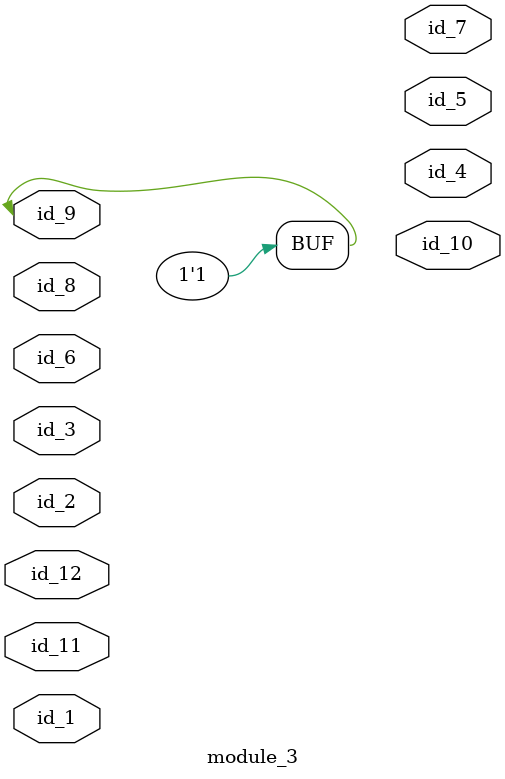
<source format=v>
module module_0 ();
  wire id_1 = id_1;
  wire id_2;
  module_2 modCall_1 ();
endmodule
module module_1;
  wire id_1, id_2, id_3, id_4;
  assign id_2 = id_1;
  module_0 modCall_1 ();
endmodule
module module_2;
endmodule
module module_3 (
    id_1,
    id_2,
    id_3,
    id_4,
    id_5,
    id_6,
    id_7,
    id_8,
    id_9,
    id_10,
    id_11,
    id_12
);
  inout wire id_12;
  inout wire id_11;
  output wire id_10;
  inout wire id_9;
  input wire id_8;
  output wire id_7;
  inout wire id_6;
  output wire id_5;
  output wire id_4;
  inout wire id_3;
  inout wire id_2;
  input wire id_1;
  initial id_9 = -1;
  localparam id_13 = id_12;
  module_2 modCall_1 ();
endmodule

</source>
